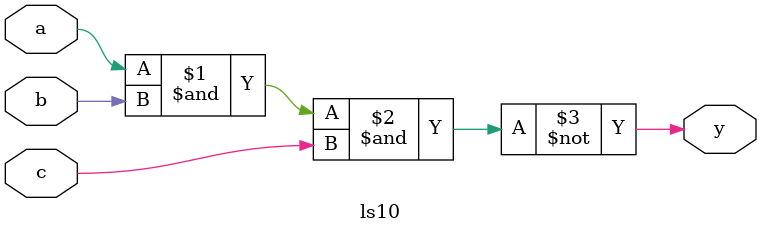
<source format=v>
/*
  MIT License

  Copyright (c) 2019 Richard Eng

  Permission is hereby granted, free of charge, to any person obtaining a copy
  of this software and associated documentation files (the "Software"), to deal
  in the Software without restriction, including without limitation the rights
  to use, copy, modify, merge, publish, distribute, sublicense, and/or sell
  copies of the Software, and to permit persons to whom the Software is
  furnished to do so, subject to the following conditions:

  The above copyright notice and this permission notice shall be included in all
  copies or substantial portions of the Software.

  THE SOFTWARE IS PROVIDED "AS IS", WITHOUT WARRANTY OF ANY KIND, EXPRESS OR
  IMPLIED, INCLUDING BUT NOT LIMITED TO THE WARRANTIES OF MERCHANTABILITY,
  FITNESS FOR A PARTICULAR PURPOSE AND NONINFRINGEMENT. IN NO EVENT SHALL THE
  AUTHORS OR COPYRIGHT HOLDERS BE LIABLE FOR ANY CLAIM, DAMAGES OR OTHER
  LIABILITY, WHETHER IN AN ACTION OF CONTRACT, TORT OR OTHERWISE, ARISING FROM,
  OUT OF OR IN CONNECTION WITH THE SOFTWARE OR THE USE OR OTHER DEALINGS IN THE
  SOFTWARE.
*/

/*
  74LS10
  ------
  Triple 3-Input NAND Gate

  Pinout
  ------
          _______
         |       |
     a1 -| 1  14 |- VCC
     b1 -| 2  13 |- c1
     a2 -| 3  12 |- y1
     b2 -| 4  11 |- c3
     c2 -| 5  10 |- b3
     y2 -| 6   9 |- a3
    GND -| 7   8 |- y3
         |_______|
*/
`default_nettype none

module ls10
(
    input wire  a, b, c,
    output wire y
);

nand(y, a, b, c);

endmodule
`default_nettype wire

</source>
